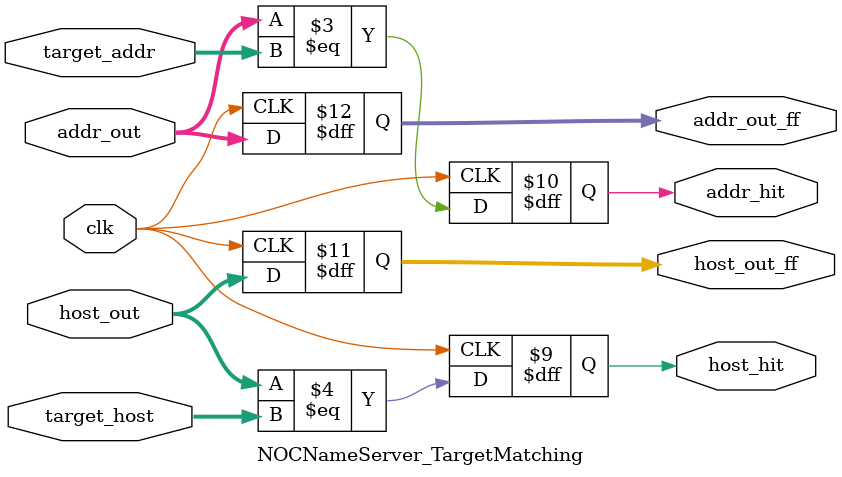
<source format=v>
`timescale 1ns / 1ps
/***********************************************************************************************************************
*                                                                                                                      *
* ANTIKERNEL v0.1                                                                                                      *
*                                                                                                                      *
* Copyright (c) 2012-2016 Andrew D. Zonenberg                                                                          *
* All rights reserved.                                                                                                 *
*                                                                                                                      *
* Redistribution and use in source and binary forms, with or without modification, are permitted provided that the     *
* following conditions are met:                                                                                        *
*                                                                                                                      *
*    * Redistributions of source code must retain the above copyright notice, this list of conditions, and the         *
*      following disclaimer.                                                                                           *
*                                                                                                                      *
*    * Redistributions in binary form must reproduce the above copyright notice, this list of conditions and the       *
*      following disclaimer in the documentation and/or other materials provided with the distribution.                *
*                                                                                                                      *
*    * Neither the name of the author nor the names of any contributors may be used to endorse or promote products     *
*      derived from this software without specific prior written permission.                                           *
*                                                                                                                      *
* THIS SOFTWARE IS PROVIDED BY THE AUTHORS "AS IS" AND ANY EXPRESS OR IMPLIED WARRANTIES, INCLUDING, BUT NOT LIMITED   *
* TO, THE IMPLIED WARRANTIES OF MERCHANTABILITY AND FITNESS FOR A PARTICULAR PURPOSE ARE DISCLAIMED. IN NO EVENT SHALL *
* THE AUTHORS BE HELD LIABLE FOR ANY DIRECT, INDIRECT, INCIDENTAL, SPECIAL, EXEMPLARY, OR CONSEQUENTIAL DAMAGES        *
* (INCLUDING, BUT NOT LIMITED TO, PROCUREMENT OF SUBSTITUTE GOODS OR SERVICES; LOSS OF USE, DATA, OR PROFITS; OR       *
* BUSINESS INTERRUPTION) HOWEVER CAUSED AND ON ANY THEORY OF LIABILITY, WHETHER IN CONTRACT, STRICT LIABILITY, OR TORT *
* (INCLUDING NEGLIGENCE OR OTHERWISE) ARISING IN ANY WAY OUT OF THE USE OF THIS SOFTWARE, EVEN IF ADVISED OF THE       *
* POSSIBILITY OF SUCH DAMAGE.                                                                                          *
*                                                                                                                      *
***********************************************************************************************************************/

/**
	@file
	@author Andrew D. Zonenberg
	@brief Search matching for name server
 */
module NOCNameServer_TargetMatching(
	clk,
	host_out, addr_out,
	host_out_ff, addr_out_ff,
	target_host, target_addr,
	host_hit, addr_hit
	);
	
	////////////////////////////////////////////////////////////////////////////////////////////////////////////////////
	// IO declarations
	
	input wire	 		clk;

	input wire[63:0]	host_out;
	input wire[15:0]	addr_out;
	
	output reg[63:0]	host_out_ff	= 0;
	output reg[15:0]	addr_out_ff	= 0;
	
	input wire[63:0]	target_host;
	input wire[15:0]	target_addr;
	
	output reg 			host_hit = 0;
	output reg 			addr_hit = 0;
	
	//Second register stage on memory outputs to improve timing
	always @(posedge clk) begin
		host_out_ff	<= host_out;
		addr_out_ff	<= addr_out;
	end
	
	////////////////////////////////////////////////////////////////////////////////////////////////////////////////////
	// Target matching (done in parallel with second register cycle)

	always @(posedge clk) begin
		addr_hit		<= (addr_out == target_addr);
		host_hit		<= (host_out == target_host);
	end
	
endmodule

</source>
